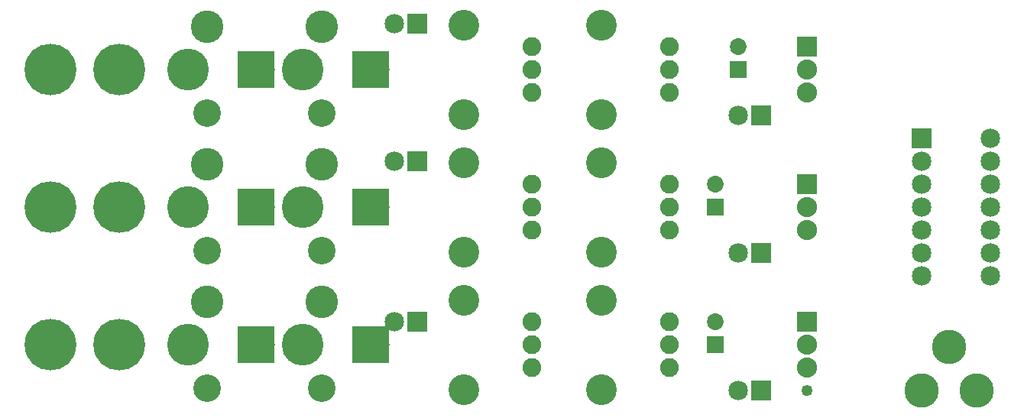
<source format=gbs>
G04 MADE WITH FRITZING*
G04 WWW.FRITZING.ORG*
G04 DOUBLE SIDED*
G04 HOLES PLATED*
G04 CONTOUR ON CENTER OF CONTOUR VECTOR*
%ASAXBY*%
%FSLAX23Y23*%
%MOIN*%
%OFA0B0*%
%SFA1.0B1.0*%
%ADD10C,0.085000*%
%ADD11C,0.081889*%
%ADD12C,0.081917*%
%ADD13C,0.134033*%
%ADD14C,0.225000*%
%ADD15C,0.088000*%
%ADD16C,0.072992*%
%ADD17C,0.158000*%
%ADD18C,0.142000*%
%ADD19C,0.120000*%
%ADD20C,0.182000*%
%ADD21C,0.150000*%
%ADD22C,0.049370*%
%ADD23R,0.085000X0.085000*%
%ADD24R,0.088000X0.088000*%
%ADD25R,0.072992X0.072992*%
%ADD26R,0.160000X0.160000*%
%LNMASK0*%
G90*
G70*
G54D10*
X4102Y1361D03*
X4402Y1361D03*
X4102Y1261D03*
X4402Y1261D03*
X4102Y1161D03*
X4402Y1161D03*
X4102Y1061D03*
X4402Y1061D03*
X4102Y961D03*
X4402Y961D03*
X4102Y861D03*
X4402Y861D03*
X4102Y761D03*
X4402Y761D03*
G54D11*
X3002Y361D03*
X3002Y461D03*
G54D12*
X3002Y561D03*
G54D13*
X2706Y266D03*
X2706Y655D03*
G54D11*
X2402Y361D03*
X2402Y461D03*
G54D12*
X2402Y561D03*
G54D13*
X2106Y266D03*
X2106Y655D03*
G54D11*
X3002Y961D03*
X3002Y1061D03*
G54D12*
X3002Y1161D03*
G54D13*
X2706Y866D03*
X2706Y1255D03*
G54D11*
X2402Y961D03*
X2402Y1061D03*
G54D12*
X2402Y1161D03*
G54D13*
X2106Y866D03*
X2106Y1255D03*
G54D11*
X2402Y1561D03*
X2402Y1661D03*
G54D12*
X2402Y1761D03*
G54D13*
X2106Y1466D03*
X2106Y1855D03*
G54D11*
X3002Y1561D03*
X3002Y1661D03*
G54D12*
X3002Y1761D03*
G54D13*
X2706Y1466D03*
X2706Y1855D03*
G54D14*
X602Y461D03*
X302Y461D03*
X602Y1061D03*
X602Y1661D03*
X302Y1061D03*
X302Y1661D03*
G54D15*
X3602Y1761D03*
X3602Y1661D03*
X3602Y1561D03*
X3602Y1161D03*
X3602Y1061D03*
X3602Y961D03*
X3602Y561D03*
X3602Y461D03*
X3602Y361D03*
G54D16*
X3302Y1662D03*
X3302Y1761D03*
X3202Y1062D03*
X3202Y1161D03*
X3202Y462D03*
X3202Y561D03*
G54D17*
X1202Y1061D03*
G54D18*
X987Y1249D03*
G54D19*
X987Y873D03*
G54D20*
X902Y1061D03*
G54D17*
X1202Y1661D03*
G54D18*
X987Y1849D03*
G54D19*
X987Y1473D03*
G54D20*
X902Y1661D03*
G54D17*
X1702Y1661D03*
G54D18*
X1487Y1849D03*
G54D19*
X1487Y1473D03*
G54D20*
X1402Y1661D03*
G54D17*
X1702Y1061D03*
G54D18*
X1487Y1249D03*
G54D19*
X1487Y873D03*
G54D20*
X1402Y1061D03*
G54D17*
X1702Y461D03*
G54D18*
X1487Y649D03*
G54D19*
X1487Y273D03*
G54D20*
X1402Y461D03*
G54D17*
X1202Y461D03*
G54D18*
X987Y649D03*
G54D19*
X987Y273D03*
G54D20*
X902Y461D03*
G54D21*
X4342Y261D03*
X4102Y261D03*
X4222Y451D03*
X4342Y261D03*
X4102Y261D03*
X4222Y451D03*
G54D10*
X3402Y1461D03*
X3302Y1461D03*
X1902Y561D03*
X1802Y561D03*
X1902Y1261D03*
X1802Y1261D03*
X1902Y1861D03*
X1802Y1861D03*
X3402Y261D03*
X3302Y261D03*
X3402Y861D03*
X3302Y861D03*
G54D22*
X3602Y261D03*
G54D23*
X4102Y1361D03*
G54D24*
X3602Y1761D03*
X3602Y1161D03*
X3602Y561D03*
G54D25*
X3302Y1662D03*
X3202Y1062D03*
X3202Y462D03*
G54D26*
X1201Y1061D03*
X1201Y1661D03*
X1701Y1661D03*
X1701Y1061D03*
X1701Y461D03*
X1201Y461D03*
G54D23*
X3402Y1461D03*
X1902Y561D03*
X1902Y1261D03*
X1902Y1861D03*
X3402Y261D03*
X3402Y861D03*
G04 End of Mask0*
M02*
</source>
